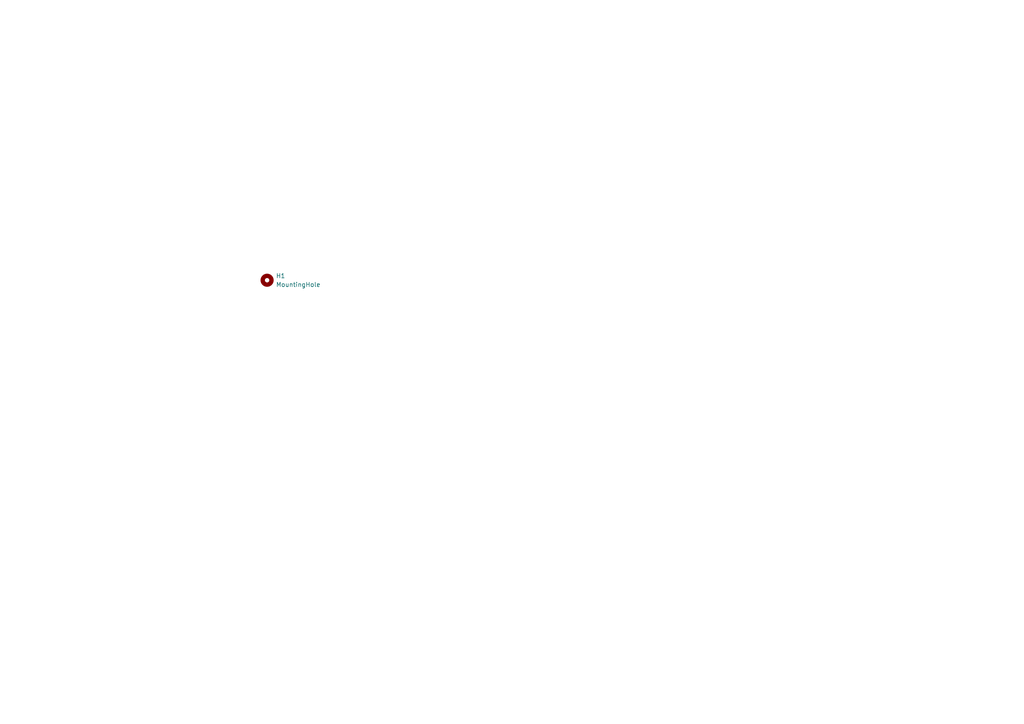
<source format=kicad_sch>
(kicad_sch (version 20250114) (generator "eeschema") (generator_version "9.0")
  (paper "A4")
  (lib_symbols
    (symbol "Mechanical:MountingHole" (pin_names (offset 1.016)) (in_bom no)
      (property "Reference" "H" (at 0 5.08 0))
      (property "Value" "MountingHole" (at 0 3.175 0))
      (symbol "MountingHole_0_1"
        (circle (center 0 0) (radius 1.27) (stroke (width 1.27)))
      )
    )
  )
  (symbol (lib_id "Mechanical:MountingHole") (at 77.47 81.28 0) (unit 1) (in_bom no)
    (property "Reference" "H1" (at 80.01 80.0099 0) (effects (justify left)))
    (property "Value" "MountingHole" (at 80.01 82.5499 0) (effects (justify left)))
    (property "Description" "Mounting Hole without connection" (effects (hide yes)))
  )
)
</source>
